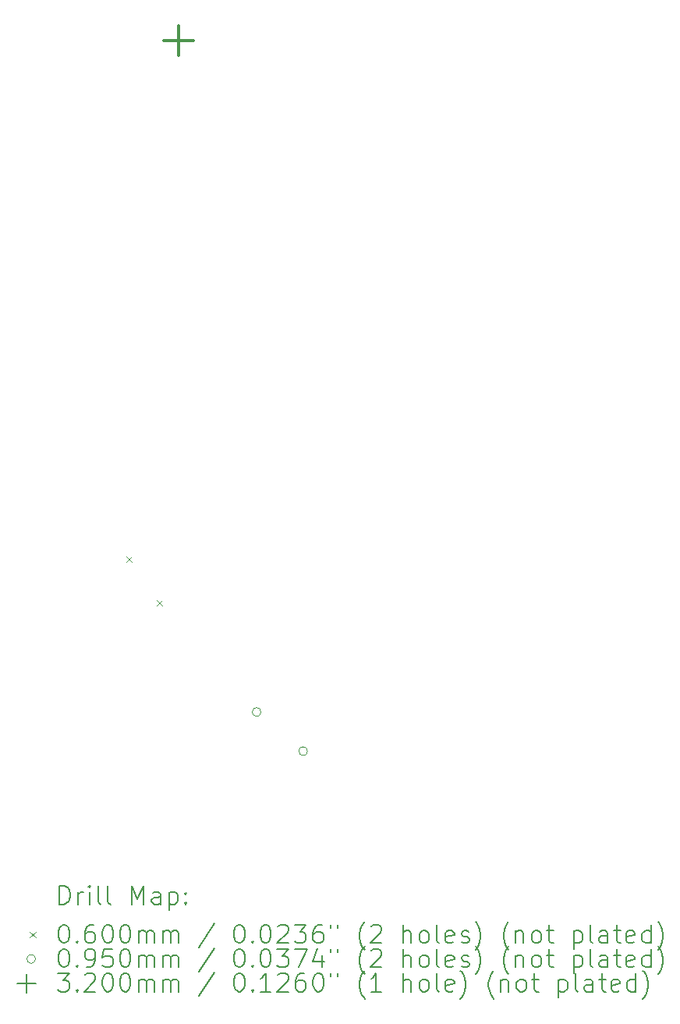
<source format=gbr>
%TF.GenerationSoftware,KiCad,Pcbnew,7.0.9*%
%TF.CreationDate,2024-01-30T02:49:19+00:00*%
%TF.ProjectId,main_PCB_v1,6d61696e-5f50-4434-925f-76312e6b6963,rev?*%
%TF.SameCoordinates,Original*%
%TF.FileFunction,Drillmap*%
%TF.FilePolarity,Positive*%
%FSLAX45Y45*%
G04 Gerber Fmt 4.5, Leading zero omitted, Abs format (unit mm)*
G04 Created by KiCad (PCBNEW 7.0.9) date 2024-01-30 02:49:19*
%MOMM*%
%LPD*%
G01*
G04 APERTURE LIST*
%ADD10C,0.200000*%
%ADD11C,0.100000*%
%ADD12C,0.320000*%
G04 APERTURE END LIST*
D10*
D11*
X11370801Y-10577490D02*
X11430801Y-10637490D01*
X11430801Y-10577490D02*
X11370801Y-10637490D01*
X11702328Y-11050960D02*
X11762328Y-11110960D01*
X11762328Y-11050960D02*
X11702328Y-11110960D01*
X12834156Y-12261770D02*
G75*
G03*
X12834156Y-12261770I-47500J0D01*
G01*
X13339746Y-12686010D02*
G75*
G03*
X13339746Y-12686010I-47500J0D01*
G01*
D12*
X11939608Y-4817247D02*
X11939608Y-5137247D01*
X11779608Y-4977247D02*
X12099608Y-4977247D01*
D10*
X10647352Y-14347058D02*
X10647352Y-14147058D01*
X10647352Y-14147058D02*
X10694971Y-14147058D01*
X10694971Y-14147058D02*
X10723542Y-14156582D01*
X10723542Y-14156582D02*
X10742590Y-14175629D01*
X10742590Y-14175629D02*
X10752113Y-14194677D01*
X10752113Y-14194677D02*
X10761637Y-14232772D01*
X10761637Y-14232772D02*
X10761637Y-14261344D01*
X10761637Y-14261344D02*
X10752113Y-14299439D01*
X10752113Y-14299439D02*
X10742590Y-14318487D01*
X10742590Y-14318487D02*
X10723542Y-14337534D01*
X10723542Y-14337534D02*
X10694971Y-14347058D01*
X10694971Y-14347058D02*
X10647352Y-14347058D01*
X10847352Y-14347058D02*
X10847352Y-14213725D01*
X10847352Y-14251820D02*
X10856875Y-14232772D01*
X10856875Y-14232772D02*
X10866399Y-14223248D01*
X10866399Y-14223248D02*
X10885447Y-14213725D01*
X10885447Y-14213725D02*
X10904494Y-14213725D01*
X10971161Y-14347058D02*
X10971161Y-14213725D01*
X10971161Y-14147058D02*
X10961637Y-14156582D01*
X10961637Y-14156582D02*
X10971161Y-14166106D01*
X10971161Y-14166106D02*
X10980685Y-14156582D01*
X10980685Y-14156582D02*
X10971161Y-14147058D01*
X10971161Y-14147058D02*
X10971161Y-14166106D01*
X11094971Y-14347058D02*
X11075923Y-14337534D01*
X11075923Y-14337534D02*
X11066399Y-14318487D01*
X11066399Y-14318487D02*
X11066399Y-14147058D01*
X11199732Y-14347058D02*
X11180685Y-14337534D01*
X11180685Y-14337534D02*
X11171161Y-14318487D01*
X11171161Y-14318487D02*
X11171161Y-14147058D01*
X11428304Y-14347058D02*
X11428304Y-14147058D01*
X11428304Y-14147058D02*
X11494971Y-14289915D01*
X11494971Y-14289915D02*
X11561637Y-14147058D01*
X11561637Y-14147058D02*
X11561637Y-14347058D01*
X11742590Y-14347058D02*
X11742590Y-14242296D01*
X11742590Y-14242296D02*
X11733066Y-14223248D01*
X11733066Y-14223248D02*
X11714018Y-14213725D01*
X11714018Y-14213725D02*
X11675923Y-14213725D01*
X11675923Y-14213725D02*
X11656875Y-14223248D01*
X11742590Y-14337534D02*
X11723542Y-14347058D01*
X11723542Y-14347058D02*
X11675923Y-14347058D01*
X11675923Y-14347058D02*
X11656875Y-14337534D01*
X11656875Y-14337534D02*
X11647351Y-14318487D01*
X11647351Y-14318487D02*
X11647351Y-14299439D01*
X11647351Y-14299439D02*
X11656875Y-14280391D01*
X11656875Y-14280391D02*
X11675923Y-14270868D01*
X11675923Y-14270868D02*
X11723542Y-14270868D01*
X11723542Y-14270868D02*
X11742590Y-14261344D01*
X11837828Y-14213725D02*
X11837828Y-14413725D01*
X11837828Y-14223248D02*
X11856875Y-14213725D01*
X11856875Y-14213725D02*
X11894971Y-14213725D01*
X11894971Y-14213725D02*
X11914018Y-14223248D01*
X11914018Y-14223248D02*
X11923542Y-14232772D01*
X11923542Y-14232772D02*
X11933066Y-14251820D01*
X11933066Y-14251820D02*
X11933066Y-14308963D01*
X11933066Y-14308963D02*
X11923542Y-14328010D01*
X11923542Y-14328010D02*
X11914018Y-14337534D01*
X11914018Y-14337534D02*
X11894971Y-14347058D01*
X11894971Y-14347058D02*
X11856875Y-14347058D01*
X11856875Y-14347058D02*
X11837828Y-14337534D01*
X12018780Y-14328010D02*
X12028304Y-14337534D01*
X12028304Y-14337534D02*
X12018780Y-14347058D01*
X12018780Y-14347058D02*
X12009256Y-14337534D01*
X12009256Y-14337534D02*
X12018780Y-14328010D01*
X12018780Y-14328010D02*
X12018780Y-14347058D01*
X12018780Y-14223248D02*
X12028304Y-14232772D01*
X12028304Y-14232772D02*
X12018780Y-14242296D01*
X12018780Y-14242296D02*
X12009256Y-14232772D01*
X12009256Y-14232772D02*
X12018780Y-14223248D01*
X12018780Y-14223248D02*
X12018780Y-14242296D01*
D11*
X10326575Y-14645574D02*
X10386575Y-14705574D01*
X10386575Y-14645574D02*
X10326575Y-14705574D01*
D10*
X10685447Y-14567058D02*
X10704494Y-14567058D01*
X10704494Y-14567058D02*
X10723542Y-14576582D01*
X10723542Y-14576582D02*
X10733066Y-14586106D01*
X10733066Y-14586106D02*
X10742590Y-14605153D01*
X10742590Y-14605153D02*
X10752113Y-14643248D01*
X10752113Y-14643248D02*
X10752113Y-14690868D01*
X10752113Y-14690868D02*
X10742590Y-14728963D01*
X10742590Y-14728963D02*
X10733066Y-14748010D01*
X10733066Y-14748010D02*
X10723542Y-14757534D01*
X10723542Y-14757534D02*
X10704494Y-14767058D01*
X10704494Y-14767058D02*
X10685447Y-14767058D01*
X10685447Y-14767058D02*
X10666399Y-14757534D01*
X10666399Y-14757534D02*
X10656875Y-14748010D01*
X10656875Y-14748010D02*
X10647352Y-14728963D01*
X10647352Y-14728963D02*
X10637828Y-14690868D01*
X10637828Y-14690868D02*
X10637828Y-14643248D01*
X10637828Y-14643248D02*
X10647352Y-14605153D01*
X10647352Y-14605153D02*
X10656875Y-14586106D01*
X10656875Y-14586106D02*
X10666399Y-14576582D01*
X10666399Y-14576582D02*
X10685447Y-14567058D01*
X10837828Y-14748010D02*
X10847352Y-14757534D01*
X10847352Y-14757534D02*
X10837828Y-14767058D01*
X10837828Y-14767058D02*
X10828304Y-14757534D01*
X10828304Y-14757534D02*
X10837828Y-14748010D01*
X10837828Y-14748010D02*
X10837828Y-14767058D01*
X11018780Y-14567058D02*
X10980685Y-14567058D01*
X10980685Y-14567058D02*
X10961637Y-14576582D01*
X10961637Y-14576582D02*
X10952113Y-14586106D01*
X10952113Y-14586106D02*
X10933066Y-14614677D01*
X10933066Y-14614677D02*
X10923542Y-14652772D01*
X10923542Y-14652772D02*
X10923542Y-14728963D01*
X10923542Y-14728963D02*
X10933066Y-14748010D01*
X10933066Y-14748010D02*
X10942590Y-14757534D01*
X10942590Y-14757534D02*
X10961637Y-14767058D01*
X10961637Y-14767058D02*
X10999733Y-14767058D01*
X10999733Y-14767058D02*
X11018780Y-14757534D01*
X11018780Y-14757534D02*
X11028304Y-14748010D01*
X11028304Y-14748010D02*
X11037828Y-14728963D01*
X11037828Y-14728963D02*
X11037828Y-14681344D01*
X11037828Y-14681344D02*
X11028304Y-14662296D01*
X11028304Y-14662296D02*
X11018780Y-14652772D01*
X11018780Y-14652772D02*
X10999733Y-14643248D01*
X10999733Y-14643248D02*
X10961637Y-14643248D01*
X10961637Y-14643248D02*
X10942590Y-14652772D01*
X10942590Y-14652772D02*
X10933066Y-14662296D01*
X10933066Y-14662296D02*
X10923542Y-14681344D01*
X11161637Y-14567058D02*
X11180685Y-14567058D01*
X11180685Y-14567058D02*
X11199732Y-14576582D01*
X11199732Y-14576582D02*
X11209256Y-14586106D01*
X11209256Y-14586106D02*
X11218780Y-14605153D01*
X11218780Y-14605153D02*
X11228304Y-14643248D01*
X11228304Y-14643248D02*
X11228304Y-14690868D01*
X11228304Y-14690868D02*
X11218780Y-14728963D01*
X11218780Y-14728963D02*
X11209256Y-14748010D01*
X11209256Y-14748010D02*
X11199732Y-14757534D01*
X11199732Y-14757534D02*
X11180685Y-14767058D01*
X11180685Y-14767058D02*
X11161637Y-14767058D01*
X11161637Y-14767058D02*
X11142590Y-14757534D01*
X11142590Y-14757534D02*
X11133066Y-14748010D01*
X11133066Y-14748010D02*
X11123542Y-14728963D01*
X11123542Y-14728963D02*
X11114018Y-14690868D01*
X11114018Y-14690868D02*
X11114018Y-14643248D01*
X11114018Y-14643248D02*
X11123542Y-14605153D01*
X11123542Y-14605153D02*
X11133066Y-14586106D01*
X11133066Y-14586106D02*
X11142590Y-14576582D01*
X11142590Y-14576582D02*
X11161637Y-14567058D01*
X11352113Y-14567058D02*
X11371161Y-14567058D01*
X11371161Y-14567058D02*
X11390209Y-14576582D01*
X11390209Y-14576582D02*
X11399732Y-14586106D01*
X11399732Y-14586106D02*
X11409256Y-14605153D01*
X11409256Y-14605153D02*
X11418780Y-14643248D01*
X11418780Y-14643248D02*
X11418780Y-14690868D01*
X11418780Y-14690868D02*
X11409256Y-14728963D01*
X11409256Y-14728963D02*
X11399732Y-14748010D01*
X11399732Y-14748010D02*
X11390209Y-14757534D01*
X11390209Y-14757534D02*
X11371161Y-14767058D01*
X11371161Y-14767058D02*
X11352113Y-14767058D01*
X11352113Y-14767058D02*
X11333066Y-14757534D01*
X11333066Y-14757534D02*
X11323542Y-14748010D01*
X11323542Y-14748010D02*
X11314018Y-14728963D01*
X11314018Y-14728963D02*
X11304494Y-14690868D01*
X11304494Y-14690868D02*
X11304494Y-14643248D01*
X11304494Y-14643248D02*
X11314018Y-14605153D01*
X11314018Y-14605153D02*
X11323542Y-14586106D01*
X11323542Y-14586106D02*
X11333066Y-14576582D01*
X11333066Y-14576582D02*
X11352113Y-14567058D01*
X11504494Y-14767058D02*
X11504494Y-14633725D01*
X11504494Y-14652772D02*
X11514018Y-14643248D01*
X11514018Y-14643248D02*
X11533066Y-14633725D01*
X11533066Y-14633725D02*
X11561637Y-14633725D01*
X11561637Y-14633725D02*
X11580685Y-14643248D01*
X11580685Y-14643248D02*
X11590209Y-14662296D01*
X11590209Y-14662296D02*
X11590209Y-14767058D01*
X11590209Y-14662296D02*
X11599732Y-14643248D01*
X11599732Y-14643248D02*
X11618780Y-14633725D01*
X11618780Y-14633725D02*
X11647351Y-14633725D01*
X11647351Y-14633725D02*
X11666399Y-14643248D01*
X11666399Y-14643248D02*
X11675923Y-14662296D01*
X11675923Y-14662296D02*
X11675923Y-14767058D01*
X11771161Y-14767058D02*
X11771161Y-14633725D01*
X11771161Y-14652772D02*
X11780685Y-14643248D01*
X11780685Y-14643248D02*
X11799732Y-14633725D01*
X11799732Y-14633725D02*
X11828304Y-14633725D01*
X11828304Y-14633725D02*
X11847352Y-14643248D01*
X11847352Y-14643248D02*
X11856875Y-14662296D01*
X11856875Y-14662296D02*
X11856875Y-14767058D01*
X11856875Y-14662296D02*
X11866399Y-14643248D01*
X11866399Y-14643248D02*
X11885447Y-14633725D01*
X11885447Y-14633725D02*
X11914018Y-14633725D01*
X11914018Y-14633725D02*
X11933066Y-14643248D01*
X11933066Y-14643248D02*
X11942590Y-14662296D01*
X11942590Y-14662296D02*
X11942590Y-14767058D01*
X12333066Y-14557534D02*
X12161637Y-14814677D01*
X12590209Y-14567058D02*
X12609256Y-14567058D01*
X12609256Y-14567058D02*
X12628304Y-14576582D01*
X12628304Y-14576582D02*
X12637828Y-14586106D01*
X12637828Y-14586106D02*
X12647352Y-14605153D01*
X12647352Y-14605153D02*
X12656875Y-14643248D01*
X12656875Y-14643248D02*
X12656875Y-14690868D01*
X12656875Y-14690868D02*
X12647352Y-14728963D01*
X12647352Y-14728963D02*
X12637828Y-14748010D01*
X12637828Y-14748010D02*
X12628304Y-14757534D01*
X12628304Y-14757534D02*
X12609256Y-14767058D01*
X12609256Y-14767058D02*
X12590209Y-14767058D01*
X12590209Y-14767058D02*
X12571161Y-14757534D01*
X12571161Y-14757534D02*
X12561637Y-14748010D01*
X12561637Y-14748010D02*
X12552114Y-14728963D01*
X12552114Y-14728963D02*
X12542590Y-14690868D01*
X12542590Y-14690868D02*
X12542590Y-14643248D01*
X12542590Y-14643248D02*
X12552114Y-14605153D01*
X12552114Y-14605153D02*
X12561637Y-14586106D01*
X12561637Y-14586106D02*
X12571161Y-14576582D01*
X12571161Y-14576582D02*
X12590209Y-14567058D01*
X12742590Y-14748010D02*
X12752114Y-14757534D01*
X12752114Y-14757534D02*
X12742590Y-14767058D01*
X12742590Y-14767058D02*
X12733066Y-14757534D01*
X12733066Y-14757534D02*
X12742590Y-14748010D01*
X12742590Y-14748010D02*
X12742590Y-14767058D01*
X12875923Y-14567058D02*
X12894971Y-14567058D01*
X12894971Y-14567058D02*
X12914018Y-14576582D01*
X12914018Y-14576582D02*
X12923542Y-14586106D01*
X12923542Y-14586106D02*
X12933066Y-14605153D01*
X12933066Y-14605153D02*
X12942590Y-14643248D01*
X12942590Y-14643248D02*
X12942590Y-14690868D01*
X12942590Y-14690868D02*
X12933066Y-14728963D01*
X12933066Y-14728963D02*
X12923542Y-14748010D01*
X12923542Y-14748010D02*
X12914018Y-14757534D01*
X12914018Y-14757534D02*
X12894971Y-14767058D01*
X12894971Y-14767058D02*
X12875923Y-14767058D01*
X12875923Y-14767058D02*
X12856875Y-14757534D01*
X12856875Y-14757534D02*
X12847352Y-14748010D01*
X12847352Y-14748010D02*
X12837828Y-14728963D01*
X12837828Y-14728963D02*
X12828304Y-14690868D01*
X12828304Y-14690868D02*
X12828304Y-14643248D01*
X12828304Y-14643248D02*
X12837828Y-14605153D01*
X12837828Y-14605153D02*
X12847352Y-14586106D01*
X12847352Y-14586106D02*
X12856875Y-14576582D01*
X12856875Y-14576582D02*
X12875923Y-14567058D01*
X13018780Y-14586106D02*
X13028304Y-14576582D01*
X13028304Y-14576582D02*
X13047352Y-14567058D01*
X13047352Y-14567058D02*
X13094971Y-14567058D01*
X13094971Y-14567058D02*
X13114018Y-14576582D01*
X13114018Y-14576582D02*
X13123542Y-14586106D01*
X13123542Y-14586106D02*
X13133066Y-14605153D01*
X13133066Y-14605153D02*
X13133066Y-14624201D01*
X13133066Y-14624201D02*
X13123542Y-14652772D01*
X13123542Y-14652772D02*
X13009256Y-14767058D01*
X13009256Y-14767058D02*
X13133066Y-14767058D01*
X13199733Y-14567058D02*
X13323542Y-14567058D01*
X13323542Y-14567058D02*
X13256875Y-14643248D01*
X13256875Y-14643248D02*
X13285447Y-14643248D01*
X13285447Y-14643248D02*
X13304495Y-14652772D01*
X13304495Y-14652772D02*
X13314018Y-14662296D01*
X13314018Y-14662296D02*
X13323542Y-14681344D01*
X13323542Y-14681344D02*
X13323542Y-14728963D01*
X13323542Y-14728963D02*
X13314018Y-14748010D01*
X13314018Y-14748010D02*
X13304495Y-14757534D01*
X13304495Y-14757534D02*
X13285447Y-14767058D01*
X13285447Y-14767058D02*
X13228304Y-14767058D01*
X13228304Y-14767058D02*
X13209256Y-14757534D01*
X13209256Y-14757534D02*
X13199733Y-14748010D01*
X13494971Y-14567058D02*
X13456875Y-14567058D01*
X13456875Y-14567058D02*
X13437828Y-14576582D01*
X13437828Y-14576582D02*
X13428304Y-14586106D01*
X13428304Y-14586106D02*
X13409256Y-14614677D01*
X13409256Y-14614677D02*
X13399733Y-14652772D01*
X13399733Y-14652772D02*
X13399733Y-14728963D01*
X13399733Y-14728963D02*
X13409256Y-14748010D01*
X13409256Y-14748010D02*
X13418780Y-14757534D01*
X13418780Y-14757534D02*
X13437828Y-14767058D01*
X13437828Y-14767058D02*
X13475923Y-14767058D01*
X13475923Y-14767058D02*
X13494971Y-14757534D01*
X13494971Y-14757534D02*
X13504495Y-14748010D01*
X13504495Y-14748010D02*
X13514018Y-14728963D01*
X13514018Y-14728963D02*
X13514018Y-14681344D01*
X13514018Y-14681344D02*
X13504495Y-14662296D01*
X13504495Y-14662296D02*
X13494971Y-14652772D01*
X13494971Y-14652772D02*
X13475923Y-14643248D01*
X13475923Y-14643248D02*
X13437828Y-14643248D01*
X13437828Y-14643248D02*
X13418780Y-14652772D01*
X13418780Y-14652772D02*
X13409256Y-14662296D01*
X13409256Y-14662296D02*
X13399733Y-14681344D01*
X13590209Y-14567058D02*
X13590209Y-14605153D01*
X13666399Y-14567058D02*
X13666399Y-14605153D01*
X13961638Y-14843248D02*
X13952114Y-14833725D01*
X13952114Y-14833725D02*
X13933066Y-14805153D01*
X13933066Y-14805153D02*
X13923542Y-14786106D01*
X13923542Y-14786106D02*
X13914018Y-14757534D01*
X13914018Y-14757534D02*
X13904495Y-14709915D01*
X13904495Y-14709915D02*
X13904495Y-14671820D01*
X13904495Y-14671820D02*
X13914018Y-14624201D01*
X13914018Y-14624201D02*
X13923542Y-14595629D01*
X13923542Y-14595629D02*
X13933066Y-14576582D01*
X13933066Y-14576582D02*
X13952114Y-14548010D01*
X13952114Y-14548010D02*
X13961638Y-14538487D01*
X14028304Y-14586106D02*
X14037828Y-14576582D01*
X14037828Y-14576582D02*
X14056876Y-14567058D01*
X14056876Y-14567058D02*
X14104495Y-14567058D01*
X14104495Y-14567058D02*
X14123542Y-14576582D01*
X14123542Y-14576582D02*
X14133066Y-14586106D01*
X14133066Y-14586106D02*
X14142590Y-14605153D01*
X14142590Y-14605153D02*
X14142590Y-14624201D01*
X14142590Y-14624201D02*
X14133066Y-14652772D01*
X14133066Y-14652772D02*
X14018780Y-14767058D01*
X14018780Y-14767058D02*
X14142590Y-14767058D01*
X14380685Y-14767058D02*
X14380685Y-14567058D01*
X14466399Y-14767058D02*
X14466399Y-14662296D01*
X14466399Y-14662296D02*
X14456876Y-14643248D01*
X14456876Y-14643248D02*
X14437828Y-14633725D01*
X14437828Y-14633725D02*
X14409257Y-14633725D01*
X14409257Y-14633725D02*
X14390209Y-14643248D01*
X14390209Y-14643248D02*
X14380685Y-14652772D01*
X14590209Y-14767058D02*
X14571161Y-14757534D01*
X14571161Y-14757534D02*
X14561638Y-14748010D01*
X14561638Y-14748010D02*
X14552114Y-14728963D01*
X14552114Y-14728963D02*
X14552114Y-14671820D01*
X14552114Y-14671820D02*
X14561638Y-14652772D01*
X14561638Y-14652772D02*
X14571161Y-14643248D01*
X14571161Y-14643248D02*
X14590209Y-14633725D01*
X14590209Y-14633725D02*
X14618780Y-14633725D01*
X14618780Y-14633725D02*
X14637828Y-14643248D01*
X14637828Y-14643248D02*
X14647352Y-14652772D01*
X14647352Y-14652772D02*
X14656876Y-14671820D01*
X14656876Y-14671820D02*
X14656876Y-14728963D01*
X14656876Y-14728963D02*
X14647352Y-14748010D01*
X14647352Y-14748010D02*
X14637828Y-14757534D01*
X14637828Y-14757534D02*
X14618780Y-14767058D01*
X14618780Y-14767058D02*
X14590209Y-14767058D01*
X14771161Y-14767058D02*
X14752114Y-14757534D01*
X14752114Y-14757534D02*
X14742590Y-14738487D01*
X14742590Y-14738487D02*
X14742590Y-14567058D01*
X14923542Y-14757534D02*
X14904495Y-14767058D01*
X14904495Y-14767058D02*
X14866399Y-14767058D01*
X14866399Y-14767058D02*
X14847352Y-14757534D01*
X14847352Y-14757534D02*
X14837828Y-14738487D01*
X14837828Y-14738487D02*
X14837828Y-14662296D01*
X14837828Y-14662296D02*
X14847352Y-14643248D01*
X14847352Y-14643248D02*
X14866399Y-14633725D01*
X14866399Y-14633725D02*
X14904495Y-14633725D01*
X14904495Y-14633725D02*
X14923542Y-14643248D01*
X14923542Y-14643248D02*
X14933066Y-14662296D01*
X14933066Y-14662296D02*
X14933066Y-14681344D01*
X14933066Y-14681344D02*
X14837828Y-14700391D01*
X15009257Y-14757534D02*
X15028304Y-14767058D01*
X15028304Y-14767058D02*
X15066399Y-14767058D01*
X15066399Y-14767058D02*
X15085447Y-14757534D01*
X15085447Y-14757534D02*
X15094971Y-14738487D01*
X15094971Y-14738487D02*
X15094971Y-14728963D01*
X15094971Y-14728963D02*
X15085447Y-14709915D01*
X15085447Y-14709915D02*
X15066399Y-14700391D01*
X15066399Y-14700391D02*
X15037828Y-14700391D01*
X15037828Y-14700391D02*
X15018780Y-14690868D01*
X15018780Y-14690868D02*
X15009257Y-14671820D01*
X15009257Y-14671820D02*
X15009257Y-14662296D01*
X15009257Y-14662296D02*
X15018780Y-14643248D01*
X15018780Y-14643248D02*
X15037828Y-14633725D01*
X15037828Y-14633725D02*
X15066399Y-14633725D01*
X15066399Y-14633725D02*
X15085447Y-14643248D01*
X15161638Y-14843248D02*
X15171161Y-14833725D01*
X15171161Y-14833725D02*
X15190209Y-14805153D01*
X15190209Y-14805153D02*
X15199733Y-14786106D01*
X15199733Y-14786106D02*
X15209257Y-14757534D01*
X15209257Y-14757534D02*
X15218780Y-14709915D01*
X15218780Y-14709915D02*
X15218780Y-14671820D01*
X15218780Y-14671820D02*
X15209257Y-14624201D01*
X15209257Y-14624201D02*
X15199733Y-14595629D01*
X15199733Y-14595629D02*
X15190209Y-14576582D01*
X15190209Y-14576582D02*
X15171161Y-14548010D01*
X15171161Y-14548010D02*
X15161638Y-14538487D01*
X15523542Y-14843248D02*
X15514019Y-14833725D01*
X15514019Y-14833725D02*
X15494971Y-14805153D01*
X15494971Y-14805153D02*
X15485447Y-14786106D01*
X15485447Y-14786106D02*
X15475923Y-14757534D01*
X15475923Y-14757534D02*
X15466400Y-14709915D01*
X15466400Y-14709915D02*
X15466400Y-14671820D01*
X15466400Y-14671820D02*
X15475923Y-14624201D01*
X15475923Y-14624201D02*
X15485447Y-14595629D01*
X15485447Y-14595629D02*
X15494971Y-14576582D01*
X15494971Y-14576582D02*
X15514019Y-14548010D01*
X15514019Y-14548010D02*
X15523542Y-14538487D01*
X15599733Y-14633725D02*
X15599733Y-14767058D01*
X15599733Y-14652772D02*
X15609257Y-14643248D01*
X15609257Y-14643248D02*
X15628304Y-14633725D01*
X15628304Y-14633725D02*
X15656876Y-14633725D01*
X15656876Y-14633725D02*
X15675923Y-14643248D01*
X15675923Y-14643248D02*
X15685447Y-14662296D01*
X15685447Y-14662296D02*
X15685447Y-14767058D01*
X15809257Y-14767058D02*
X15790209Y-14757534D01*
X15790209Y-14757534D02*
X15780685Y-14748010D01*
X15780685Y-14748010D02*
X15771161Y-14728963D01*
X15771161Y-14728963D02*
X15771161Y-14671820D01*
X15771161Y-14671820D02*
X15780685Y-14652772D01*
X15780685Y-14652772D02*
X15790209Y-14643248D01*
X15790209Y-14643248D02*
X15809257Y-14633725D01*
X15809257Y-14633725D02*
X15837828Y-14633725D01*
X15837828Y-14633725D02*
X15856876Y-14643248D01*
X15856876Y-14643248D02*
X15866400Y-14652772D01*
X15866400Y-14652772D02*
X15875923Y-14671820D01*
X15875923Y-14671820D02*
X15875923Y-14728963D01*
X15875923Y-14728963D02*
X15866400Y-14748010D01*
X15866400Y-14748010D02*
X15856876Y-14757534D01*
X15856876Y-14757534D02*
X15837828Y-14767058D01*
X15837828Y-14767058D02*
X15809257Y-14767058D01*
X15933066Y-14633725D02*
X16009257Y-14633725D01*
X15961638Y-14567058D02*
X15961638Y-14738487D01*
X15961638Y-14738487D02*
X15971161Y-14757534D01*
X15971161Y-14757534D02*
X15990209Y-14767058D01*
X15990209Y-14767058D02*
X16009257Y-14767058D01*
X16228304Y-14633725D02*
X16228304Y-14833725D01*
X16228304Y-14643248D02*
X16247352Y-14633725D01*
X16247352Y-14633725D02*
X16285447Y-14633725D01*
X16285447Y-14633725D02*
X16304495Y-14643248D01*
X16304495Y-14643248D02*
X16314019Y-14652772D01*
X16314019Y-14652772D02*
X16323542Y-14671820D01*
X16323542Y-14671820D02*
X16323542Y-14728963D01*
X16323542Y-14728963D02*
X16314019Y-14748010D01*
X16314019Y-14748010D02*
X16304495Y-14757534D01*
X16304495Y-14757534D02*
X16285447Y-14767058D01*
X16285447Y-14767058D02*
X16247352Y-14767058D01*
X16247352Y-14767058D02*
X16228304Y-14757534D01*
X16437828Y-14767058D02*
X16418781Y-14757534D01*
X16418781Y-14757534D02*
X16409257Y-14738487D01*
X16409257Y-14738487D02*
X16409257Y-14567058D01*
X16599733Y-14767058D02*
X16599733Y-14662296D01*
X16599733Y-14662296D02*
X16590209Y-14643248D01*
X16590209Y-14643248D02*
X16571162Y-14633725D01*
X16571162Y-14633725D02*
X16533066Y-14633725D01*
X16533066Y-14633725D02*
X16514019Y-14643248D01*
X16599733Y-14757534D02*
X16580685Y-14767058D01*
X16580685Y-14767058D02*
X16533066Y-14767058D01*
X16533066Y-14767058D02*
X16514019Y-14757534D01*
X16514019Y-14757534D02*
X16504495Y-14738487D01*
X16504495Y-14738487D02*
X16504495Y-14719439D01*
X16504495Y-14719439D02*
X16514019Y-14700391D01*
X16514019Y-14700391D02*
X16533066Y-14690868D01*
X16533066Y-14690868D02*
X16580685Y-14690868D01*
X16580685Y-14690868D02*
X16599733Y-14681344D01*
X16666400Y-14633725D02*
X16742590Y-14633725D01*
X16694971Y-14567058D02*
X16694971Y-14738487D01*
X16694971Y-14738487D02*
X16704495Y-14757534D01*
X16704495Y-14757534D02*
X16723542Y-14767058D01*
X16723542Y-14767058D02*
X16742590Y-14767058D01*
X16885447Y-14757534D02*
X16866400Y-14767058D01*
X16866400Y-14767058D02*
X16828304Y-14767058D01*
X16828304Y-14767058D02*
X16809257Y-14757534D01*
X16809257Y-14757534D02*
X16799733Y-14738487D01*
X16799733Y-14738487D02*
X16799733Y-14662296D01*
X16799733Y-14662296D02*
X16809257Y-14643248D01*
X16809257Y-14643248D02*
X16828304Y-14633725D01*
X16828304Y-14633725D02*
X16866400Y-14633725D01*
X16866400Y-14633725D02*
X16885447Y-14643248D01*
X16885447Y-14643248D02*
X16894971Y-14662296D01*
X16894971Y-14662296D02*
X16894971Y-14681344D01*
X16894971Y-14681344D02*
X16799733Y-14700391D01*
X17066400Y-14767058D02*
X17066400Y-14567058D01*
X17066400Y-14757534D02*
X17047352Y-14767058D01*
X17047352Y-14767058D02*
X17009257Y-14767058D01*
X17009257Y-14767058D02*
X16990209Y-14757534D01*
X16990209Y-14757534D02*
X16980685Y-14748010D01*
X16980685Y-14748010D02*
X16971162Y-14728963D01*
X16971162Y-14728963D02*
X16971162Y-14671820D01*
X16971162Y-14671820D02*
X16980685Y-14652772D01*
X16980685Y-14652772D02*
X16990209Y-14643248D01*
X16990209Y-14643248D02*
X17009257Y-14633725D01*
X17009257Y-14633725D02*
X17047352Y-14633725D01*
X17047352Y-14633725D02*
X17066400Y-14643248D01*
X17142590Y-14843248D02*
X17152114Y-14833725D01*
X17152114Y-14833725D02*
X17171162Y-14805153D01*
X17171162Y-14805153D02*
X17180685Y-14786106D01*
X17180685Y-14786106D02*
X17190209Y-14757534D01*
X17190209Y-14757534D02*
X17199733Y-14709915D01*
X17199733Y-14709915D02*
X17199733Y-14671820D01*
X17199733Y-14671820D02*
X17190209Y-14624201D01*
X17190209Y-14624201D02*
X17180685Y-14595629D01*
X17180685Y-14595629D02*
X17171162Y-14576582D01*
X17171162Y-14576582D02*
X17152114Y-14548010D01*
X17152114Y-14548010D02*
X17142590Y-14538487D01*
D11*
X10386575Y-14939574D02*
G75*
G03*
X10386575Y-14939574I-47500J0D01*
G01*
D10*
X10685447Y-14831058D02*
X10704494Y-14831058D01*
X10704494Y-14831058D02*
X10723542Y-14840582D01*
X10723542Y-14840582D02*
X10733066Y-14850106D01*
X10733066Y-14850106D02*
X10742590Y-14869153D01*
X10742590Y-14869153D02*
X10752113Y-14907248D01*
X10752113Y-14907248D02*
X10752113Y-14954868D01*
X10752113Y-14954868D02*
X10742590Y-14992963D01*
X10742590Y-14992963D02*
X10733066Y-15012010D01*
X10733066Y-15012010D02*
X10723542Y-15021534D01*
X10723542Y-15021534D02*
X10704494Y-15031058D01*
X10704494Y-15031058D02*
X10685447Y-15031058D01*
X10685447Y-15031058D02*
X10666399Y-15021534D01*
X10666399Y-15021534D02*
X10656875Y-15012010D01*
X10656875Y-15012010D02*
X10647352Y-14992963D01*
X10647352Y-14992963D02*
X10637828Y-14954868D01*
X10637828Y-14954868D02*
X10637828Y-14907248D01*
X10637828Y-14907248D02*
X10647352Y-14869153D01*
X10647352Y-14869153D02*
X10656875Y-14850106D01*
X10656875Y-14850106D02*
X10666399Y-14840582D01*
X10666399Y-14840582D02*
X10685447Y-14831058D01*
X10837828Y-15012010D02*
X10847352Y-15021534D01*
X10847352Y-15021534D02*
X10837828Y-15031058D01*
X10837828Y-15031058D02*
X10828304Y-15021534D01*
X10828304Y-15021534D02*
X10837828Y-15012010D01*
X10837828Y-15012010D02*
X10837828Y-15031058D01*
X10942590Y-15031058D02*
X10980685Y-15031058D01*
X10980685Y-15031058D02*
X10999733Y-15021534D01*
X10999733Y-15021534D02*
X11009256Y-15012010D01*
X11009256Y-15012010D02*
X11028304Y-14983439D01*
X11028304Y-14983439D02*
X11037828Y-14945344D01*
X11037828Y-14945344D02*
X11037828Y-14869153D01*
X11037828Y-14869153D02*
X11028304Y-14850106D01*
X11028304Y-14850106D02*
X11018780Y-14840582D01*
X11018780Y-14840582D02*
X10999733Y-14831058D01*
X10999733Y-14831058D02*
X10961637Y-14831058D01*
X10961637Y-14831058D02*
X10942590Y-14840582D01*
X10942590Y-14840582D02*
X10933066Y-14850106D01*
X10933066Y-14850106D02*
X10923542Y-14869153D01*
X10923542Y-14869153D02*
X10923542Y-14916772D01*
X10923542Y-14916772D02*
X10933066Y-14935820D01*
X10933066Y-14935820D02*
X10942590Y-14945344D01*
X10942590Y-14945344D02*
X10961637Y-14954868D01*
X10961637Y-14954868D02*
X10999733Y-14954868D01*
X10999733Y-14954868D02*
X11018780Y-14945344D01*
X11018780Y-14945344D02*
X11028304Y-14935820D01*
X11028304Y-14935820D02*
X11037828Y-14916772D01*
X11218780Y-14831058D02*
X11123542Y-14831058D01*
X11123542Y-14831058D02*
X11114018Y-14926296D01*
X11114018Y-14926296D02*
X11123542Y-14916772D01*
X11123542Y-14916772D02*
X11142590Y-14907248D01*
X11142590Y-14907248D02*
X11190209Y-14907248D01*
X11190209Y-14907248D02*
X11209256Y-14916772D01*
X11209256Y-14916772D02*
X11218780Y-14926296D01*
X11218780Y-14926296D02*
X11228304Y-14945344D01*
X11228304Y-14945344D02*
X11228304Y-14992963D01*
X11228304Y-14992963D02*
X11218780Y-15012010D01*
X11218780Y-15012010D02*
X11209256Y-15021534D01*
X11209256Y-15021534D02*
X11190209Y-15031058D01*
X11190209Y-15031058D02*
X11142590Y-15031058D01*
X11142590Y-15031058D02*
X11123542Y-15021534D01*
X11123542Y-15021534D02*
X11114018Y-15012010D01*
X11352113Y-14831058D02*
X11371161Y-14831058D01*
X11371161Y-14831058D02*
X11390209Y-14840582D01*
X11390209Y-14840582D02*
X11399732Y-14850106D01*
X11399732Y-14850106D02*
X11409256Y-14869153D01*
X11409256Y-14869153D02*
X11418780Y-14907248D01*
X11418780Y-14907248D02*
X11418780Y-14954868D01*
X11418780Y-14954868D02*
X11409256Y-14992963D01*
X11409256Y-14992963D02*
X11399732Y-15012010D01*
X11399732Y-15012010D02*
X11390209Y-15021534D01*
X11390209Y-15021534D02*
X11371161Y-15031058D01*
X11371161Y-15031058D02*
X11352113Y-15031058D01*
X11352113Y-15031058D02*
X11333066Y-15021534D01*
X11333066Y-15021534D02*
X11323542Y-15012010D01*
X11323542Y-15012010D02*
X11314018Y-14992963D01*
X11314018Y-14992963D02*
X11304494Y-14954868D01*
X11304494Y-14954868D02*
X11304494Y-14907248D01*
X11304494Y-14907248D02*
X11314018Y-14869153D01*
X11314018Y-14869153D02*
X11323542Y-14850106D01*
X11323542Y-14850106D02*
X11333066Y-14840582D01*
X11333066Y-14840582D02*
X11352113Y-14831058D01*
X11504494Y-15031058D02*
X11504494Y-14897725D01*
X11504494Y-14916772D02*
X11514018Y-14907248D01*
X11514018Y-14907248D02*
X11533066Y-14897725D01*
X11533066Y-14897725D02*
X11561637Y-14897725D01*
X11561637Y-14897725D02*
X11580685Y-14907248D01*
X11580685Y-14907248D02*
X11590209Y-14926296D01*
X11590209Y-14926296D02*
X11590209Y-15031058D01*
X11590209Y-14926296D02*
X11599732Y-14907248D01*
X11599732Y-14907248D02*
X11618780Y-14897725D01*
X11618780Y-14897725D02*
X11647351Y-14897725D01*
X11647351Y-14897725D02*
X11666399Y-14907248D01*
X11666399Y-14907248D02*
X11675923Y-14926296D01*
X11675923Y-14926296D02*
X11675923Y-15031058D01*
X11771161Y-15031058D02*
X11771161Y-14897725D01*
X11771161Y-14916772D02*
X11780685Y-14907248D01*
X11780685Y-14907248D02*
X11799732Y-14897725D01*
X11799732Y-14897725D02*
X11828304Y-14897725D01*
X11828304Y-14897725D02*
X11847352Y-14907248D01*
X11847352Y-14907248D02*
X11856875Y-14926296D01*
X11856875Y-14926296D02*
X11856875Y-15031058D01*
X11856875Y-14926296D02*
X11866399Y-14907248D01*
X11866399Y-14907248D02*
X11885447Y-14897725D01*
X11885447Y-14897725D02*
X11914018Y-14897725D01*
X11914018Y-14897725D02*
X11933066Y-14907248D01*
X11933066Y-14907248D02*
X11942590Y-14926296D01*
X11942590Y-14926296D02*
X11942590Y-15031058D01*
X12333066Y-14821534D02*
X12161637Y-15078677D01*
X12590209Y-14831058D02*
X12609256Y-14831058D01*
X12609256Y-14831058D02*
X12628304Y-14840582D01*
X12628304Y-14840582D02*
X12637828Y-14850106D01*
X12637828Y-14850106D02*
X12647352Y-14869153D01*
X12647352Y-14869153D02*
X12656875Y-14907248D01*
X12656875Y-14907248D02*
X12656875Y-14954868D01*
X12656875Y-14954868D02*
X12647352Y-14992963D01*
X12647352Y-14992963D02*
X12637828Y-15012010D01*
X12637828Y-15012010D02*
X12628304Y-15021534D01*
X12628304Y-15021534D02*
X12609256Y-15031058D01*
X12609256Y-15031058D02*
X12590209Y-15031058D01*
X12590209Y-15031058D02*
X12571161Y-15021534D01*
X12571161Y-15021534D02*
X12561637Y-15012010D01*
X12561637Y-15012010D02*
X12552114Y-14992963D01*
X12552114Y-14992963D02*
X12542590Y-14954868D01*
X12542590Y-14954868D02*
X12542590Y-14907248D01*
X12542590Y-14907248D02*
X12552114Y-14869153D01*
X12552114Y-14869153D02*
X12561637Y-14850106D01*
X12561637Y-14850106D02*
X12571161Y-14840582D01*
X12571161Y-14840582D02*
X12590209Y-14831058D01*
X12742590Y-15012010D02*
X12752114Y-15021534D01*
X12752114Y-15021534D02*
X12742590Y-15031058D01*
X12742590Y-15031058D02*
X12733066Y-15021534D01*
X12733066Y-15021534D02*
X12742590Y-15012010D01*
X12742590Y-15012010D02*
X12742590Y-15031058D01*
X12875923Y-14831058D02*
X12894971Y-14831058D01*
X12894971Y-14831058D02*
X12914018Y-14840582D01*
X12914018Y-14840582D02*
X12923542Y-14850106D01*
X12923542Y-14850106D02*
X12933066Y-14869153D01*
X12933066Y-14869153D02*
X12942590Y-14907248D01*
X12942590Y-14907248D02*
X12942590Y-14954868D01*
X12942590Y-14954868D02*
X12933066Y-14992963D01*
X12933066Y-14992963D02*
X12923542Y-15012010D01*
X12923542Y-15012010D02*
X12914018Y-15021534D01*
X12914018Y-15021534D02*
X12894971Y-15031058D01*
X12894971Y-15031058D02*
X12875923Y-15031058D01*
X12875923Y-15031058D02*
X12856875Y-15021534D01*
X12856875Y-15021534D02*
X12847352Y-15012010D01*
X12847352Y-15012010D02*
X12837828Y-14992963D01*
X12837828Y-14992963D02*
X12828304Y-14954868D01*
X12828304Y-14954868D02*
X12828304Y-14907248D01*
X12828304Y-14907248D02*
X12837828Y-14869153D01*
X12837828Y-14869153D02*
X12847352Y-14850106D01*
X12847352Y-14850106D02*
X12856875Y-14840582D01*
X12856875Y-14840582D02*
X12875923Y-14831058D01*
X13009256Y-14831058D02*
X13133066Y-14831058D01*
X13133066Y-14831058D02*
X13066399Y-14907248D01*
X13066399Y-14907248D02*
X13094971Y-14907248D01*
X13094971Y-14907248D02*
X13114018Y-14916772D01*
X13114018Y-14916772D02*
X13123542Y-14926296D01*
X13123542Y-14926296D02*
X13133066Y-14945344D01*
X13133066Y-14945344D02*
X13133066Y-14992963D01*
X13133066Y-14992963D02*
X13123542Y-15012010D01*
X13123542Y-15012010D02*
X13114018Y-15021534D01*
X13114018Y-15021534D02*
X13094971Y-15031058D01*
X13094971Y-15031058D02*
X13037828Y-15031058D01*
X13037828Y-15031058D02*
X13018780Y-15021534D01*
X13018780Y-15021534D02*
X13009256Y-15012010D01*
X13199733Y-14831058D02*
X13333066Y-14831058D01*
X13333066Y-14831058D02*
X13247352Y-15031058D01*
X13494971Y-14897725D02*
X13494971Y-15031058D01*
X13447352Y-14821534D02*
X13399733Y-14964391D01*
X13399733Y-14964391D02*
X13523542Y-14964391D01*
X13590209Y-14831058D02*
X13590209Y-14869153D01*
X13666399Y-14831058D02*
X13666399Y-14869153D01*
X13961638Y-15107248D02*
X13952114Y-15097725D01*
X13952114Y-15097725D02*
X13933066Y-15069153D01*
X13933066Y-15069153D02*
X13923542Y-15050106D01*
X13923542Y-15050106D02*
X13914018Y-15021534D01*
X13914018Y-15021534D02*
X13904495Y-14973915D01*
X13904495Y-14973915D02*
X13904495Y-14935820D01*
X13904495Y-14935820D02*
X13914018Y-14888201D01*
X13914018Y-14888201D02*
X13923542Y-14859629D01*
X13923542Y-14859629D02*
X13933066Y-14840582D01*
X13933066Y-14840582D02*
X13952114Y-14812010D01*
X13952114Y-14812010D02*
X13961638Y-14802487D01*
X14028304Y-14850106D02*
X14037828Y-14840582D01*
X14037828Y-14840582D02*
X14056876Y-14831058D01*
X14056876Y-14831058D02*
X14104495Y-14831058D01*
X14104495Y-14831058D02*
X14123542Y-14840582D01*
X14123542Y-14840582D02*
X14133066Y-14850106D01*
X14133066Y-14850106D02*
X14142590Y-14869153D01*
X14142590Y-14869153D02*
X14142590Y-14888201D01*
X14142590Y-14888201D02*
X14133066Y-14916772D01*
X14133066Y-14916772D02*
X14018780Y-15031058D01*
X14018780Y-15031058D02*
X14142590Y-15031058D01*
X14380685Y-15031058D02*
X14380685Y-14831058D01*
X14466399Y-15031058D02*
X14466399Y-14926296D01*
X14466399Y-14926296D02*
X14456876Y-14907248D01*
X14456876Y-14907248D02*
X14437828Y-14897725D01*
X14437828Y-14897725D02*
X14409257Y-14897725D01*
X14409257Y-14897725D02*
X14390209Y-14907248D01*
X14390209Y-14907248D02*
X14380685Y-14916772D01*
X14590209Y-15031058D02*
X14571161Y-15021534D01*
X14571161Y-15021534D02*
X14561638Y-15012010D01*
X14561638Y-15012010D02*
X14552114Y-14992963D01*
X14552114Y-14992963D02*
X14552114Y-14935820D01*
X14552114Y-14935820D02*
X14561638Y-14916772D01*
X14561638Y-14916772D02*
X14571161Y-14907248D01*
X14571161Y-14907248D02*
X14590209Y-14897725D01*
X14590209Y-14897725D02*
X14618780Y-14897725D01*
X14618780Y-14897725D02*
X14637828Y-14907248D01*
X14637828Y-14907248D02*
X14647352Y-14916772D01*
X14647352Y-14916772D02*
X14656876Y-14935820D01*
X14656876Y-14935820D02*
X14656876Y-14992963D01*
X14656876Y-14992963D02*
X14647352Y-15012010D01*
X14647352Y-15012010D02*
X14637828Y-15021534D01*
X14637828Y-15021534D02*
X14618780Y-15031058D01*
X14618780Y-15031058D02*
X14590209Y-15031058D01*
X14771161Y-15031058D02*
X14752114Y-15021534D01*
X14752114Y-15021534D02*
X14742590Y-15002487D01*
X14742590Y-15002487D02*
X14742590Y-14831058D01*
X14923542Y-15021534D02*
X14904495Y-15031058D01*
X14904495Y-15031058D02*
X14866399Y-15031058D01*
X14866399Y-15031058D02*
X14847352Y-15021534D01*
X14847352Y-15021534D02*
X14837828Y-15002487D01*
X14837828Y-15002487D02*
X14837828Y-14926296D01*
X14837828Y-14926296D02*
X14847352Y-14907248D01*
X14847352Y-14907248D02*
X14866399Y-14897725D01*
X14866399Y-14897725D02*
X14904495Y-14897725D01*
X14904495Y-14897725D02*
X14923542Y-14907248D01*
X14923542Y-14907248D02*
X14933066Y-14926296D01*
X14933066Y-14926296D02*
X14933066Y-14945344D01*
X14933066Y-14945344D02*
X14837828Y-14964391D01*
X15009257Y-15021534D02*
X15028304Y-15031058D01*
X15028304Y-15031058D02*
X15066399Y-15031058D01*
X15066399Y-15031058D02*
X15085447Y-15021534D01*
X15085447Y-15021534D02*
X15094971Y-15002487D01*
X15094971Y-15002487D02*
X15094971Y-14992963D01*
X15094971Y-14992963D02*
X15085447Y-14973915D01*
X15085447Y-14973915D02*
X15066399Y-14964391D01*
X15066399Y-14964391D02*
X15037828Y-14964391D01*
X15037828Y-14964391D02*
X15018780Y-14954868D01*
X15018780Y-14954868D02*
X15009257Y-14935820D01*
X15009257Y-14935820D02*
X15009257Y-14926296D01*
X15009257Y-14926296D02*
X15018780Y-14907248D01*
X15018780Y-14907248D02*
X15037828Y-14897725D01*
X15037828Y-14897725D02*
X15066399Y-14897725D01*
X15066399Y-14897725D02*
X15085447Y-14907248D01*
X15161638Y-15107248D02*
X15171161Y-15097725D01*
X15171161Y-15097725D02*
X15190209Y-15069153D01*
X15190209Y-15069153D02*
X15199733Y-15050106D01*
X15199733Y-15050106D02*
X15209257Y-15021534D01*
X15209257Y-15021534D02*
X15218780Y-14973915D01*
X15218780Y-14973915D02*
X15218780Y-14935820D01*
X15218780Y-14935820D02*
X15209257Y-14888201D01*
X15209257Y-14888201D02*
X15199733Y-14859629D01*
X15199733Y-14859629D02*
X15190209Y-14840582D01*
X15190209Y-14840582D02*
X15171161Y-14812010D01*
X15171161Y-14812010D02*
X15161638Y-14802487D01*
X15523542Y-15107248D02*
X15514019Y-15097725D01*
X15514019Y-15097725D02*
X15494971Y-15069153D01*
X15494971Y-15069153D02*
X15485447Y-15050106D01*
X15485447Y-15050106D02*
X15475923Y-15021534D01*
X15475923Y-15021534D02*
X15466400Y-14973915D01*
X15466400Y-14973915D02*
X15466400Y-14935820D01*
X15466400Y-14935820D02*
X15475923Y-14888201D01*
X15475923Y-14888201D02*
X15485447Y-14859629D01*
X15485447Y-14859629D02*
X15494971Y-14840582D01*
X15494971Y-14840582D02*
X15514019Y-14812010D01*
X15514019Y-14812010D02*
X15523542Y-14802487D01*
X15599733Y-14897725D02*
X15599733Y-15031058D01*
X15599733Y-14916772D02*
X15609257Y-14907248D01*
X15609257Y-14907248D02*
X15628304Y-14897725D01*
X15628304Y-14897725D02*
X15656876Y-14897725D01*
X15656876Y-14897725D02*
X15675923Y-14907248D01*
X15675923Y-14907248D02*
X15685447Y-14926296D01*
X15685447Y-14926296D02*
X15685447Y-15031058D01*
X15809257Y-15031058D02*
X15790209Y-15021534D01*
X15790209Y-15021534D02*
X15780685Y-15012010D01*
X15780685Y-15012010D02*
X15771161Y-14992963D01*
X15771161Y-14992963D02*
X15771161Y-14935820D01*
X15771161Y-14935820D02*
X15780685Y-14916772D01*
X15780685Y-14916772D02*
X15790209Y-14907248D01*
X15790209Y-14907248D02*
X15809257Y-14897725D01*
X15809257Y-14897725D02*
X15837828Y-14897725D01*
X15837828Y-14897725D02*
X15856876Y-14907248D01*
X15856876Y-14907248D02*
X15866400Y-14916772D01*
X15866400Y-14916772D02*
X15875923Y-14935820D01*
X15875923Y-14935820D02*
X15875923Y-14992963D01*
X15875923Y-14992963D02*
X15866400Y-15012010D01*
X15866400Y-15012010D02*
X15856876Y-15021534D01*
X15856876Y-15021534D02*
X15837828Y-15031058D01*
X15837828Y-15031058D02*
X15809257Y-15031058D01*
X15933066Y-14897725D02*
X16009257Y-14897725D01*
X15961638Y-14831058D02*
X15961638Y-15002487D01*
X15961638Y-15002487D02*
X15971161Y-15021534D01*
X15971161Y-15021534D02*
X15990209Y-15031058D01*
X15990209Y-15031058D02*
X16009257Y-15031058D01*
X16228304Y-14897725D02*
X16228304Y-15097725D01*
X16228304Y-14907248D02*
X16247352Y-14897725D01*
X16247352Y-14897725D02*
X16285447Y-14897725D01*
X16285447Y-14897725D02*
X16304495Y-14907248D01*
X16304495Y-14907248D02*
X16314019Y-14916772D01*
X16314019Y-14916772D02*
X16323542Y-14935820D01*
X16323542Y-14935820D02*
X16323542Y-14992963D01*
X16323542Y-14992963D02*
X16314019Y-15012010D01*
X16314019Y-15012010D02*
X16304495Y-15021534D01*
X16304495Y-15021534D02*
X16285447Y-15031058D01*
X16285447Y-15031058D02*
X16247352Y-15031058D01*
X16247352Y-15031058D02*
X16228304Y-15021534D01*
X16437828Y-15031058D02*
X16418781Y-15021534D01*
X16418781Y-15021534D02*
X16409257Y-15002487D01*
X16409257Y-15002487D02*
X16409257Y-14831058D01*
X16599733Y-15031058D02*
X16599733Y-14926296D01*
X16599733Y-14926296D02*
X16590209Y-14907248D01*
X16590209Y-14907248D02*
X16571162Y-14897725D01*
X16571162Y-14897725D02*
X16533066Y-14897725D01*
X16533066Y-14897725D02*
X16514019Y-14907248D01*
X16599733Y-15021534D02*
X16580685Y-15031058D01*
X16580685Y-15031058D02*
X16533066Y-15031058D01*
X16533066Y-15031058D02*
X16514019Y-15021534D01*
X16514019Y-15021534D02*
X16504495Y-15002487D01*
X16504495Y-15002487D02*
X16504495Y-14983439D01*
X16504495Y-14983439D02*
X16514019Y-14964391D01*
X16514019Y-14964391D02*
X16533066Y-14954868D01*
X16533066Y-14954868D02*
X16580685Y-14954868D01*
X16580685Y-14954868D02*
X16599733Y-14945344D01*
X16666400Y-14897725D02*
X16742590Y-14897725D01*
X16694971Y-14831058D02*
X16694971Y-15002487D01*
X16694971Y-15002487D02*
X16704495Y-15021534D01*
X16704495Y-15021534D02*
X16723542Y-15031058D01*
X16723542Y-15031058D02*
X16742590Y-15031058D01*
X16885447Y-15021534D02*
X16866400Y-15031058D01*
X16866400Y-15031058D02*
X16828304Y-15031058D01*
X16828304Y-15031058D02*
X16809257Y-15021534D01*
X16809257Y-15021534D02*
X16799733Y-15002487D01*
X16799733Y-15002487D02*
X16799733Y-14926296D01*
X16799733Y-14926296D02*
X16809257Y-14907248D01*
X16809257Y-14907248D02*
X16828304Y-14897725D01*
X16828304Y-14897725D02*
X16866400Y-14897725D01*
X16866400Y-14897725D02*
X16885447Y-14907248D01*
X16885447Y-14907248D02*
X16894971Y-14926296D01*
X16894971Y-14926296D02*
X16894971Y-14945344D01*
X16894971Y-14945344D02*
X16799733Y-14964391D01*
X17066400Y-15031058D02*
X17066400Y-14831058D01*
X17066400Y-15021534D02*
X17047352Y-15031058D01*
X17047352Y-15031058D02*
X17009257Y-15031058D01*
X17009257Y-15031058D02*
X16990209Y-15021534D01*
X16990209Y-15021534D02*
X16980685Y-15012010D01*
X16980685Y-15012010D02*
X16971162Y-14992963D01*
X16971162Y-14992963D02*
X16971162Y-14935820D01*
X16971162Y-14935820D02*
X16980685Y-14916772D01*
X16980685Y-14916772D02*
X16990209Y-14907248D01*
X16990209Y-14907248D02*
X17009257Y-14897725D01*
X17009257Y-14897725D02*
X17047352Y-14897725D01*
X17047352Y-14897725D02*
X17066400Y-14907248D01*
X17142590Y-15107248D02*
X17152114Y-15097725D01*
X17152114Y-15097725D02*
X17171162Y-15069153D01*
X17171162Y-15069153D02*
X17180685Y-15050106D01*
X17180685Y-15050106D02*
X17190209Y-15021534D01*
X17190209Y-15021534D02*
X17199733Y-14973915D01*
X17199733Y-14973915D02*
X17199733Y-14935820D01*
X17199733Y-14935820D02*
X17190209Y-14888201D01*
X17190209Y-14888201D02*
X17180685Y-14859629D01*
X17180685Y-14859629D02*
X17171162Y-14840582D01*
X17171162Y-14840582D02*
X17152114Y-14812010D01*
X17152114Y-14812010D02*
X17142590Y-14802487D01*
X10286575Y-15103574D02*
X10286575Y-15303574D01*
X10186575Y-15203574D02*
X10386575Y-15203574D01*
X10628304Y-15095058D02*
X10752113Y-15095058D01*
X10752113Y-15095058D02*
X10685447Y-15171248D01*
X10685447Y-15171248D02*
X10714018Y-15171248D01*
X10714018Y-15171248D02*
X10733066Y-15180772D01*
X10733066Y-15180772D02*
X10742590Y-15190296D01*
X10742590Y-15190296D02*
X10752113Y-15209344D01*
X10752113Y-15209344D02*
X10752113Y-15256963D01*
X10752113Y-15256963D02*
X10742590Y-15276010D01*
X10742590Y-15276010D02*
X10733066Y-15285534D01*
X10733066Y-15285534D02*
X10714018Y-15295058D01*
X10714018Y-15295058D02*
X10656875Y-15295058D01*
X10656875Y-15295058D02*
X10637828Y-15285534D01*
X10637828Y-15285534D02*
X10628304Y-15276010D01*
X10837828Y-15276010D02*
X10847352Y-15285534D01*
X10847352Y-15285534D02*
X10837828Y-15295058D01*
X10837828Y-15295058D02*
X10828304Y-15285534D01*
X10828304Y-15285534D02*
X10837828Y-15276010D01*
X10837828Y-15276010D02*
X10837828Y-15295058D01*
X10923542Y-15114106D02*
X10933066Y-15104582D01*
X10933066Y-15104582D02*
X10952113Y-15095058D01*
X10952113Y-15095058D02*
X10999733Y-15095058D01*
X10999733Y-15095058D02*
X11018780Y-15104582D01*
X11018780Y-15104582D02*
X11028304Y-15114106D01*
X11028304Y-15114106D02*
X11037828Y-15133153D01*
X11037828Y-15133153D02*
X11037828Y-15152201D01*
X11037828Y-15152201D02*
X11028304Y-15180772D01*
X11028304Y-15180772D02*
X10914018Y-15295058D01*
X10914018Y-15295058D02*
X11037828Y-15295058D01*
X11161637Y-15095058D02*
X11180685Y-15095058D01*
X11180685Y-15095058D02*
X11199732Y-15104582D01*
X11199732Y-15104582D02*
X11209256Y-15114106D01*
X11209256Y-15114106D02*
X11218780Y-15133153D01*
X11218780Y-15133153D02*
X11228304Y-15171248D01*
X11228304Y-15171248D02*
X11228304Y-15218868D01*
X11228304Y-15218868D02*
X11218780Y-15256963D01*
X11218780Y-15256963D02*
X11209256Y-15276010D01*
X11209256Y-15276010D02*
X11199732Y-15285534D01*
X11199732Y-15285534D02*
X11180685Y-15295058D01*
X11180685Y-15295058D02*
X11161637Y-15295058D01*
X11161637Y-15295058D02*
X11142590Y-15285534D01*
X11142590Y-15285534D02*
X11133066Y-15276010D01*
X11133066Y-15276010D02*
X11123542Y-15256963D01*
X11123542Y-15256963D02*
X11114018Y-15218868D01*
X11114018Y-15218868D02*
X11114018Y-15171248D01*
X11114018Y-15171248D02*
X11123542Y-15133153D01*
X11123542Y-15133153D02*
X11133066Y-15114106D01*
X11133066Y-15114106D02*
X11142590Y-15104582D01*
X11142590Y-15104582D02*
X11161637Y-15095058D01*
X11352113Y-15095058D02*
X11371161Y-15095058D01*
X11371161Y-15095058D02*
X11390209Y-15104582D01*
X11390209Y-15104582D02*
X11399732Y-15114106D01*
X11399732Y-15114106D02*
X11409256Y-15133153D01*
X11409256Y-15133153D02*
X11418780Y-15171248D01*
X11418780Y-15171248D02*
X11418780Y-15218868D01*
X11418780Y-15218868D02*
X11409256Y-15256963D01*
X11409256Y-15256963D02*
X11399732Y-15276010D01*
X11399732Y-15276010D02*
X11390209Y-15285534D01*
X11390209Y-15285534D02*
X11371161Y-15295058D01*
X11371161Y-15295058D02*
X11352113Y-15295058D01*
X11352113Y-15295058D02*
X11333066Y-15285534D01*
X11333066Y-15285534D02*
X11323542Y-15276010D01*
X11323542Y-15276010D02*
X11314018Y-15256963D01*
X11314018Y-15256963D02*
X11304494Y-15218868D01*
X11304494Y-15218868D02*
X11304494Y-15171248D01*
X11304494Y-15171248D02*
X11314018Y-15133153D01*
X11314018Y-15133153D02*
X11323542Y-15114106D01*
X11323542Y-15114106D02*
X11333066Y-15104582D01*
X11333066Y-15104582D02*
X11352113Y-15095058D01*
X11504494Y-15295058D02*
X11504494Y-15161725D01*
X11504494Y-15180772D02*
X11514018Y-15171248D01*
X11514018Y-15171248D02*
X11533066Y-15161725D01*
X11533066Y-15161725D02*
X11561637Y-15161725D01*
X11561637Y-15161725D02*
X11580685Y-15171248D01*
X11580685Y-15171248D02*
X11590209Y-15190296D01*
X11590209Y-15190296D02*
X11590209Y-15295058D01*
X11590209Y-15190296D02*
X11599732Y-15171248D01*
X11599732Y-15171248D02*
X11618780Y-15161725D01*
X11618780Y-15161725D02*
X11647351Y-15161725D01*
X11647351Y-15161725D02*
X11666399Y-15171248D01*
X11666399Y-15171248D02*
X11675923Y-15190296D01*
X11675923Y-15190296D02*
X11675923Y-15295058D01*
X11771161Y-15295058D02*
X11771161Y-15161725D01*
X11771161Y-15180772D02*
X11780685Y-15171248D01*
X11780685Y-15171248D02*
X11799732Y-15161725D01*
X11799732Y-15161725D02*
X11828304Y-15161725D01*
X11828304Y-15161725D02*
X11847352Y-15171248D01*
X11847352Y-15171248D02*
X11856875Y-15190296D01*
X11856875Y-15190296D02*
X11856875Y-15295058D01*
X11856875Y-15190296D02*
X11866399Y-15171248D01*
X11866399Y-15171248D02*
X11885447Y-15161725D01*
X11885447Y-15161725D02*
X11914018Y-15161725D01*
X11914018Y-15161725D02*
X11933066Y-15171248D01*
X11933066Y-15171248D02*
X11942590Y-15190296D01*
X11942590Y-15190296D02*
X11942590Y-15295058D01*
X12333066Y-15085534D02*
X12161637Y-15342677D01*
X12590209Y-15095058D02*
X12609256Y-15095058D01*
X12609256Y-15095058D02*
X12628304Y-15104582D01*
X12628304Y-15104582D02*
X12637828Y-15114106D01*
X12637828Y-15114106D02*
X12647352Y-15133153D01*
X12647352Y-15133153D02*
X12656875Y-15171248D01*
X12656875Y-15171248D02*
X12656875Y-15218868D01*
X12656875Y-15218868D02*
X12647352Y-15256963D01*
X12647352Y-15256963D02*
X12637828Y-15276010D01*
X12637828Y-15276010D02*
X12628304Y-15285534D01*
X12628304Y-15285534D02*
X12609256Y-15295058D01*
X12609256Y-15295058D02*
X12590209Y-15295058D01*
X12590209Y-15295058D02*
X12571161Y-15285534D01*
X12571161Y-15285534D02*
X12561637Y-15276010D01*
X12561637Y-15276010D02*
X12552114Y-15256963D01*
X12552114Y-15256963D02*
X12542590Y-15218868D01*
X12542590Y-15218868D02*
X12542590Y-15171248D01*
X12542590Y-15171248D02*
X12552114Y-15133153D01*
X12552114Y-15133153D02*
X12561637Y-15114106D01*
X12561637Y-15114106D02*
X12571161Y-15104582D01*
X12571161Y-15104582D02*
X12590209Y-15095058D01*
X12742590Y-15276010D02*
X12752114Y-15285534D01*
X12752114Y-15285534D02*
X12742590Y-15295058D01*
X12742590Y-15295058D02*
X12733066Y-15285534D01*
X12733066Y-15285534D02*
X12742590Y-15276010D01*
X12742590Y-15276010D02*
X12742590Y-15295058D01*
X12942590Y-15295058D02*
X12828304Y-15295058D01*
X12885447Y-15295058D02*
X12885447Y-15095058D01*
X12885447Y-15095058D02*
X12866399Y-15123629D01*
X12866399Y-15123629D02*
X12847352Y-15142677D01*
X12847352Y-15142677D02*
X12828304Y-15152201D01*
X13018780Y-15114106D02*
X13028304Y-15104582D01*
X13028304Y-15104582D02*
X13047352Y-15095058D01*
X13047352Y-15095058D02*
X13094971Y-15095058D01*
X13094971Y-15095058D02*
X13114018Y-15104582D01*
X13114018Y-15104582D02*
X13123542Y-15114106D01*
X13123542Y-15114106D02*
X13133066Y-15133153D01*
X13133066Y-15133153D02*
X13133066Y-15152201D01*
X13133066Y-15152201D02*
X13123542Y-15180772D01*
X13123542Y-15180772D02*
X13009256Y-15295058D01*
X13009256Y-15295058D02*
X13133066Y-15295058D01*
X13304495Y-15095058D02*
X13266399Y-15095058D01*
X13266399Y-15095058D02*
X13247352Y-15104582D01*
X13247352Y-15104582D02*
X13237828Y-15114106D01*
X13237828Y-15114106D02*
X13218780Y-15142677D01*
X13218780Y-15142677D02*
X13209256Y-15180772D01*
X13209256Y-15180772D02*
X13209256Y-15256963D01*
X13209256Y-15256963D02*
X13218780Y-15276010D01*
X13218780Y-15276010D02*
X13228304Y-15285534D01*
X13228304Y-15285534D02*
X13247352Y-15295058D01*
X13247352Y-15295058D02*
X13285447Y-15295058D01*
X13285447Y-15295058D02*
X13304495Y-15285534D01*
X13304495Y-15285534D02*
X13314018Y-15276010D01*
X13314018Y-15276010D02*
X13323542Y-15256963D01*
X13323542Y-15256963D02*
X13323542Y-15209344D01*
X13323542Y-15209344D02*
X13314018Y-15190296D01*
X13314018Y-15190296D02*
X13304495Y-15180772D01*
X13304495Y-15180772D02*
X13285447Y-15171248D01*
X13285447Y-15171248D02*
X13247352Y-15171248D01*
X13247352Y-15171248D02*
X13228304Y-15180772D01*
X13228304Y-15180772D02*
X13218780Y-15190296D01*
X13218780Y-15190296D02*
X13209256Y-15209344D01*
X13447352Y-15095058D02*
X13466399Y-15095058D01*
X13466399Y-15095058D02*
X13485447Y-15104582D01*
X13485447Y-15104582D02*
X13494971Y-15114106D01*
X13494971Y-15114106D02*
X13504495Y-15133153D01*
X13504495Y-15133153D02*
X13514018Y-15171248D01*
X13514018Y-15171248D02*
X13514018Y-15218868D01*
X13514018Y-15218868D02*
X13504495Y-15256963D01*
X13504495Y-15256963D02*
X13494971Y-15276010D01*
X13494971Y-15276010D02*
X13485447Y-15285534D01*
X13485447Y-15285534D02*
X13466399Y-15295058D01*
X13466399Y-15295058D02*
X13447352Y-15295058D01*
X13447352Y-15295058D02*
X13428304Y-15285534D01*
X13428304Y-15285534D02*
X13418780Y-15276010D01*
X13418780Y-15276010D02*
X13409256Y-15256963D01*
X13409256Y-15256963D02*
X13399733Y-15218868D01*
X13399733Y-15218868D02*
X13399733Y-15171248D01*
X13399733Y-15171248D02*
X13409256Y-15133153D01*
X13409256Y-15133153D02*
X13418780Y-15114106D01*
X13418780Y-15114106D02*
X13428304Y-15104582D01*
X13428304Y-15104582D02*
X13447352Y-15095058D01*
X13590209Y-15095058D02*
X13590209Y-15133153D01*
X13666399Y-15095058D02*
X13666399Y-15133153D01*
X13961638Y-15371248D02*
X13952114Y-15361725D01*
X13952114Y-15361725D02*
X13933066Y-15333153D01*
X13933066Y-15333153D02*
X13923542Y-15314106D01*
X13923542Y-15314106D02*
X13914018Y-15285534D01*
X13914018Y-15285534D02*
X13904495Y-15237915D01*
X13904495Y-15237915D02*
X13904495Y-15199820D01*
X13904495Y-15199820D02*
X13914018Y-15152201D01*
X13914018Y-15152201D02*
X13923542Y-15123629D01*
X13923542Y-15123629D02*
X13933066Y-15104582D01*
X13933066Y-15104582D02*
X13952114Y-15076010D01*
X13952114Y-15076010D02*
X13961638Y-15066487D01*
X14142590Y-15295058D02*
X14028304Y-15295058D01*
X14085447Y-15295058D02*
X14085447Y-15095058D01*
X14085447Y-15095058D02*
X14066399Y-15123629D01*
X14066399Y-15123629D02*
X14047352Y-15142677D01*
X14047352Y-15142677D02*
X14028304Y-15152201D01*
X14380685Y-15295058D02*
X14380685Y-15095058D01*
X14466399Y-15295058D02*
X14466399Y-15190296D01*
X14466399Y-15190296D02*
X14456876Y-15171248D01*
X14456876Y-15171248D02*
X14437828Y-15161725D01*
X14437828Y-15161725D02*
X14409257Y-15161725D01*
X14409257Y-15161725D02*
X14390209Y-15171248D01*
X14390209Y-15171248D02*
X14380685Y-15180772D01*
X14590209Y-15295058D02*
X14571161Y-15285534D01*
X14571161Y-15285534D02*
X14561638Y-15276010D01*
X14561638Y-15276010D02*
X14552114Y-15256963D01*
X14552114Y-15256963D02*
X14552114Y-15199820D01*
X14552114Y-15199820D02*
X14561638Y-15180772D01*
X14561638Y-15180772D02*
X14571161Y-15171248D01*
X14571161Y-15171248D02*
X14590209Y-15161725D01*
X14590209Y-15161725D02*
X14618780Y-15161725D01*
X14618780Y-15161725D02*
X14637828Y-15171248D01*
X14637828Y-15171248D02*
X14647352Y-15180772D01*
X14647352Y-15180772D02*
X14656876Y-15199820D01*
X14656876Y-15199820D02*
X14656876Y-15256963D01*
X14656876Y-15256963D02*
X14647352Y-15276010D01*
X14647352Y-15276010D02*
X14637828Y-15285534D01*
X14637828Y-15285534D02*
X14618780Y-15295058D01*
X14618780Y-15295058D02*
X14590209Y-15295058D01*
X14771161Y-15295058D02*
X14752114Y-15285534D01*
X14752114Y-15285534D02*
X14742590Y-15266487D01*
X14742590Y-15266487D02*
X14742590Y-15095058D01*
X14923542Y-15285534D02*
X14904495Y-15295058D01*
X14904495Y-15295058D02*
X14866399Y-15295058D01*
X14866399Y-15295058D02*
X14847352Y-15285534D01*
X14847352Y-15285534D02*
X14837828Y-15266487D01*
X14837828Y-15266487D02*
X14837828Y-15190296D01*
X14837828Y-15190296D02*
X14847352Y-15171248D01*
X14847352Y-15171248D02*
X14866399Y-15161725D01*
X14866399Y-15161725D02*
X14904495Y-15161725D01*
X14904495Y-15161725D02*
X14923542Y-15171248D01*
X14923542Y-15171248D02*
X14933066Y-15190296D01*
X14933066Y-15190296D02*
X14933066Y-15209344D01*
X14933066Y-15209344D02*
X14837828Y-15228391D01*
X14999733Y-15371248D02*
X15009257Y-15361725D01*
X15009257Y-15361725D02*
X15028304Y-15333153D01*
X15028304Y-15333153D02*
X15037828Y-15314106D01*
X15037828Y-15314106D02*
X15047352Y-15285534D01*
X15047352Y-15285534D02*
X15056876Y-15237915D01*
X15056876Y-15237915D02*
X15056876Y-15199820D01*
X15056876Y-15199820D02*
X15047352Y-15152201D01*
X15047352Y-15152201D02*
X15037828Y-15123629D01*
X15037828Y-15123629D02*
X15028304Y-15104582D01*
X15028304Y-15104582D02*
X15009257Y-15076010D01*
X15009257Y-15076010D02*
X14999733Y-15066487D01*
X15361638Y-15371248D02*
X15352114Y-15361725D01*
X15352114Y-15361725D02*
X15333066Y-15333153D01*
X15333066Y-15333153D02*
X15323542Y-15314106D01*
X15323542Y-15314106D02*
X15314019Y-15285534D01*
X15314019Y-15285534D02*
X15304495Y-15237915D01*
X15304495Y-15237915D02*
X15304495Y-15199820D01*
X15304495Y-15199820D02*
X15314019Y-15152201D01*
X15314019Y-15152201D02*
X15323542Y-15123629D01*
X15323542Y-15123629D02*
X15333066Y-15104582D01*
X15333066Y-15104582D02*
X15352114Y-15076010D01*
X15352114Y-15076010D02*
X15361638Y-15066487D01*
X15437828Y-15161725D02*
X15437828Y-15295058D01*
X15437828Y-15180772D02*
X15447352Y-15171248D01*
X15447352Y-15171248D02*
X15466399Y-15161725D01*
X15466399Y-15161725D02*
X15494971Y-15161725D01*
X15494971Y-15161725D02*
X15514019Y-15171248D01*
X15514019Y-15171248D02*
X15523542Y-15190296D01*
X15523542Y-15190296D02*
X15523542Y-15295058D01*
X15647352Y-15295058D02*
X15628304Y-15285534D01*
X15628304Y-15285534D02*
X15618780Y-15276010D01*
X15618780Y-15276010D02*
X15609257Y-15256963D01*
X15609257Y-15256963D02*
X15609257Y-15199820D01*
X15609257Y-15199820D02*
X15618780Y-15180772D01*
X15618780Y-15180772D02*
X15628304Y-15171248D01*
X15628304Y-15171248D02*
X15647352Y-15161725D01*
X15647352Y-15161725D02*
X15675923Y-15161725D01*
X15675923Y-15161725D02*
X15694971Y-15171248D01*
X15694971Y-15171248D02*
X15704495Y-15180772D01*
X15704495Y-15180772D02*
X15714019Y-15199820D01*
X15714019Y-15199820D02*
X15714019Y-15256963D01*
X15714019Y-15256963D02*
X15704495Y-15276010D01*
X15704495Y-15276010D02*
X15694971Y-15285534D01*
X15694971Y-15285534D02*
X15675923Y-15295058D01*
X15675923Y-15295058D02*
X15647352Y-15295058D01*
X15771161Y-15161725D02*
X15847352Y-15161725D01*
X15799733Y-15095058D02*
X15799733Y-15266487D01*
X15799733Y-15266487D02*
X15809257Y-15285534D01*
X15809257Y-15285534D02*
X15828304Y-15295058D01*
X15828304Y-15295058D02*
X15847352Y-15295058D01*
X16066400Y-15161725D02*
X16066400Y-15361725D01*
X16066400Y-15171248D02*
X16085447Y-15161725D01*
X16085447Y-15161725D02*
X16123542Y-15161725D01*
X16123542Y-15161725D02*
X16142590Y-15171248D01*
X16142590Y-15171248D02*
X16152114Y-15180772D01*
X16152114Y-15180772D02*
X16161638Y-15199820D01*
X16161638Y-15199820D02*
X16161638Y-15256963D01*
X16161638Y-15256963D02*
X16152114Y-15276010D01*
X16152114Y-15276010D02*
X16142590Y-15285534D01*
X16142590Y-15285534D02*
X16123542Y-15295058D01*
X16123542Y-15295058D02*
X16085447Y-15295058D01*
X16085447Y-15295058D02*
X16066400Y-15285534D01*
X16275923Y-15295058D02*
X16256876Y-15285534D01*
X16256876Y-15285534D02*
X16247352Y-15266487D01*
X16247352Y-15266487D02*
X16247352Y-15095058D01*
X16437828Y-15295058D02*
X16437828Y-15190296D01*
X16437828Y-15190296D02*
X16428304Y-15171248D01*
X16428304Y-15171248D02*
X16409257Y-15161725D01*
X16409257Y-15161725D02*
X16371161Y-15161725D01*
X16371161Y-15161725D02*
X16352114Y-15171248D01*
X16437828Y-15285534D02*
X16418781Y-15295058D01*
X16418781Y-15295058D02*
X16371161Y-15295058D01*
X16371161Y-15295058D02*
X16352114Y-15285534D01*
X16352114Y-15285534D02*
X16342590Y-15266487D01*
X16342590Y-15266487D02*
X16342590Y-15247439D01*
X16342590Y-15247439D02*
X16352114Y-15228391D01*
X16352114Y-15228391D02*
X16371161Y-15218868D01*
X16371161Y-15218868D02*
X16418781Y-15218868D01*
X16418781Y-15218868D02*
X16437828Y-15209344D01*
X16504495Y-15161725D02*
X16580685Y-15161725D01*
X16533066Y-15095058D02*
X16533066Y-15266487D01*
X16533066Y-15266487D02*
X16542590Y-15285534D01*
X16542590Y-15285534D02*
X16561638Y-15295058D01*
X16561638Y-15295058D02*
X16580685Y-15295058D01*
X16723542Y-15285534D02*
X16704495Y-15295058D01*
X16704495Y-15295058D02*
X16666400Y-15295058D01*
X16666400Y-15295058D02*
X16647352Y-15285534D01*
X16647352Y-15285534D02*
X16637828Y-15266487D01*
X16637828Y-15266487D02*
X16637828Y-15190296D01*
X16637828Y-15190296D02*
X16647352Y-15171248D01*
X16647352Y-15171248D02*
X16666400Y-15161725D01*
X16666400Y-15161725D02*
X16704495Y-15161725D01*
X16704495Y-15161725D02*
X16723542Y-15171248D01*
X16723542Y-15171248D02*
X16733066Y-15190296D01*
X16733066Y-15190296D02*
X16733066Y-15209344D01*
X16733066Y-15209344D02*
X16637828Y-15228391D01*
X16904495Y-15295058D02*
X16904495Y-15095058D01*
X16904495Y-15285534D02*
X16885447Y-15295058D01*
X16885447Y-15295058D02*
X16847352Y-15295058D01*
X16847352Y-15295058D02*
X16828304Y-15285534D01*
X16828304Y-15285534D02*
X16818781Y-15276010D01*
X16818781Y-15276010D02*
X16809257Y-15256963D01*
X16809257Y-15256963D02*
X16809257Y-15199820D01*
X16809257Y-15199820D02*
X16818781Y-15180772D01*
X16818781Y-15180772D02*
X16828304Y-15171248D01*
X16828304Y-15171248D02*
X16847352Y-15161725D01*
X16847352Y-15161725D02*
X16885447Y-15161725D01*
X16885447Y-15161725D02*
X16904495Y-15171248D01*
X16980685Y-15371248D02*
X16990209Y-15361725D01*
X16990209Y-15361725D02*
X17009257Y-15333153D01*
X17009257Y-15333153D02*
X17018781Y-15314106D01*
X17018781Y-15314106D02*
X17028304Y-15285534D01*
X17028304Y-15285534D02*
X17037828Y-15237915D01*
X17037828Y-15237915D02*
X17037828Y-15199820D01*
X17037828Y-15199820D02*
X17028304Y-15152201D01*
X17028304Y-15152201D02*
X17018781Y-15123629D01*
X17018781Y-15123629D02*
X17009257Y-15104582D01*
X17009257Y-15104582D02*
X16990209Y-15076010D01*
X16990209Y-15076010D02*
X16980685Y-15066487D01*
M02*

</source>
